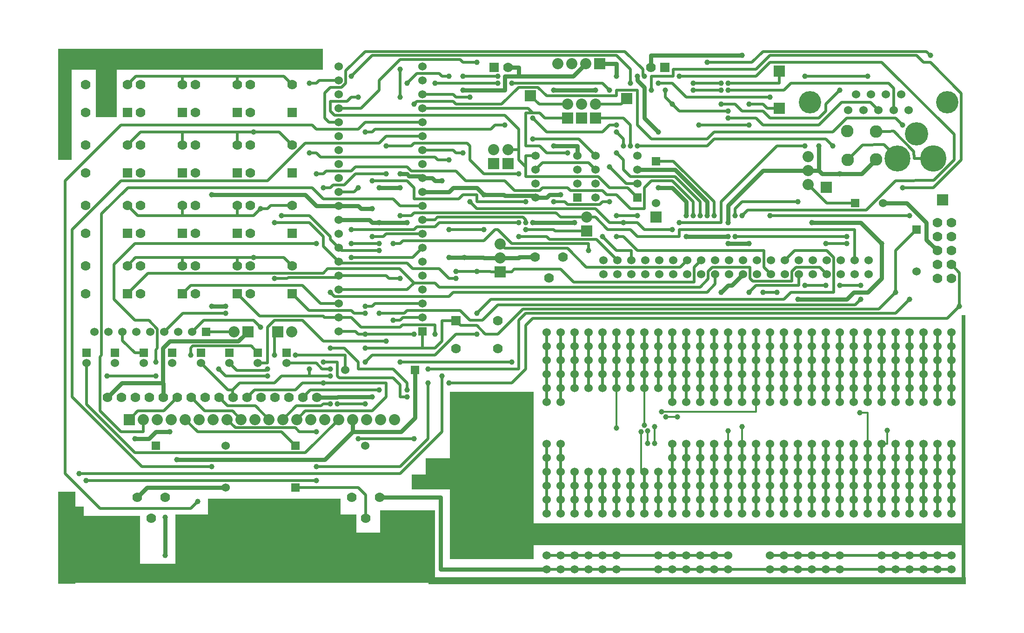
<source format=gbr>
G04 GERBER ASCII OUTPUT FROM: EDWIN 2000 (VER. 1.1 REV. 20011025)*
G04 GERBER FORMAT: RX-274-X*
G04 BOARD: SP_PROTON_SMD2*
G04 ARTWORK OF SOLD.LAYER POSITIVE*
%ASAXBY*%
%FSLAX23Y23*%
%MIA0B0*%
%MOIN*%
%OFA0.0000B0.0000*%
%SFA1B1*%
%IJA0B0*%
%INLAYER29POS*%
%IOA0B0*%
%IPPOS*%
%IR0*%
G04 APERTURE MACROS*
%AMEDWDONUT*
1,1,$1,$2,$3*
1,0,$4,$2,$3*
%
%AMEDWFRECT*
2,1,$1,$2,$3,$4,$5,$6*
%
%AMEDWORECT*
2,1,$1,$2,$3,$4,$5,$10*
2,1,$1,$4,$5,$6,$7,$10*
2,1,$1,$6,$7,$8,$9,$10*
2,1,$1,$8,$9,$2,$3,$10*
1,1,$1,$2,$3*
1,1,$1,$4,$5*
1,1,$1,$6,$7*
1,1,$1,$8,$9*
%
%AMEDWLINER*
2,1,$1,$2,$3,$4,$5,$6*
1,1,$1,$2,$3*
1,1,$1,$4,$5*
%
%AMEDWFTRNG*
4,1,3,$1,$2,$3,$4,$5,$6,$7,$8,$9*
%
%AMEDWATRNG*
4,1,3,$1,$2,$3,$4,$5,$6,$7,$8,$9*
2,1,$11,$1,$2,$3,$4,$10*
2,1,$11,$3,$4,$5,$6,$10*
2,1,$11,$5,$6,$7,$8,$10*
1,1,$11,$3,$4*
1,1,$11,$5,$6*
1,1,$11,$7,$8*
%
%AMEDWOTRNG*
2,1,$1,$2,$3,$4,$5,$8*
2,1,$1,$4,$5,$6,$7,$8*
2,1,$1,$6,$7,$2,$3,$8*
1,1,$1,$2,$3*
1,1,$1,$4,$5*
1,1,$1,$6,$7*
%
G04*
G04 APERTURE LIST*
%ADD10R,0.0700X0.0700*%
%ADD11R,0.0940X0.0940*%
%ADD12R,0.0600X0.0600*%
%ADD13R,0.0840X0.0840*%
%ADD14R,0.0800X0.0800*%
%ADD15R,0.1040X0.1040*%
%ADD16R,0.0900X0.0900*%
%ADD17R,0.1140X0.1140*%
%ADD18R,0.0700X0.0650*%
%ADD19R,0.0940X0.0890*%
%ADD20R,0.0600X0.0550*%
%ADD21R,0.0840X0.0790*%
%ADD22R,0.0900X0.0350*%
%ADD23R,0.1140X0.0590*%
%ADD24R,0.0800X0.0250*%
%ADD25R,0.1040X0.0490*%
%ADD26R,0.0650X0.0700*%
%ADD27R,0.0890X0.0940*%
%ADD28R,0.0550X0.0600*%
%ADD29R,0.0790X0.0840*%
%ADD30R,0.0580X0.0500*%
%ADD31R,0.0820X0.0740*%
%ADD32R,0.0480X0.0400*%
%ADD33R,0.0720X0.0640*%
%ADD34R,0.0350X0.0900*%
%ADD35R,0.0590X0.1140*%
%ADD36R,0.0250X0.0800*%
%ADD37R,0.0490X0.1040*%
%ADD38C,0.0010*%
%ADD40C,0.0020*%
%ADD41R,0.0020X0.0020*%
%ADD42C,0.0030*%
%ADD43R,0.0030X0.0030*%
%ADD44C,0.0040*%
%ADD45R,0.0040X0.0040*%
%ADD46C,0.0050*%
%ADD47R,0.0050X0.0050*%
%ADD48C,0.0051*%
%ADD49R,0.0051X0.0051*%
%ADD50C,0.00787*%
%ADD51R,0.00787X0.00787*%
%ADD52C,0.00799*%
%ADD54C,0.0080*%
%ADD55R,0.0080X0.0080*%
%ADD56C,0.00984*%
%ADD57R,0.00984X0.00984*%
%ADD58C,0.0100*%
%ADD59R,0.0100X0.0100*%
%ADD60C,0.0120*%
%ADD62C,0.01299*%
%ADD64C,0.0130*%
%ADD66C,0.0150*%
%ADD68C,0.01598*%
%ADD70C,0.0160*%
%ADD72C,0.01969*%
%ADD73R,0.01969X0.01969*%
%ADD74C,0.0200*%
%ADD76C,0.0250*%
%ADD77R,0.0250X0.0250*%
%ADD78C,0.0280*%
%ADD79R,0.0280X0.0280*%
%ADD80C,0.0290*%
%ADD82C,0.0300*%
%ADD84C,0.03187*%
%ADD86C,0.03199*%
%ADD88C,0.0320*%
%ADD89R,0.0320X0.0320*%
%ADD90C,0.0340*%
%ADD91R,0.0340X0.0340*%
%ADD92C,0.0350*%
%ADD93R,0.0350X0.0350*%
%ADD94C,0.03543*%
%ADD95R,0.03543X0.03543*%
%ADD96C,0.0360*%
%ADD98C,0.03699*%
%ADD100C,0.0370*%
%ADD102C,0.03898*%
%ADD103R,0.03898X0.03898*%
%ADD104C,0.03937*%
%ADD105R,0.03937X0.03937*%
%ADD106C,0.03998*%
%ADD108C,0.0400*%
%ADD110C,0.04252*%
%ADD111R,0.04252X0.04252*%
%ADD112C,0.0440*%
%ADD114C,0.0490*%
%ADD115R,0.0490X0.0490*%
%ADD116C,0.0500*%
%ADD117R,0.0500X0.0500*%
%ADD118C,0.0502*%
%ADD119R,0.0502X0.0502*%
%ADD120C,0.0540*%
%ADD122C,0.0560*%
%ADD123R,0.0560X0.0560*%
%ADD124C,0.0590*%
%ADD125R,0.0590X0.0590*%
%ADD126C,0.05906*%
%ADD127R,0.05906X0.05906*%
%ADD128C,0.05943*%
%ADD129R,0.05943X0.05943*%
%ADD130C,0.0600*%
%ADD131R,0.0600X0.0600*%
%ADD132C,0.0620*%
%ADD133R,0.0620X0.0620*%
%ADD134C,0.06298*%
%ADD135R,0.06298X0.06298*%
%ADD136C,0.06378*%
%ADD137R,0.06378X0.06378*%
%ADD138C,0.06652*%
%ADD139R,0.06652X0.06652*%
%ADD140C,0.06906*%
%ADD141R,0.06906X0.06906*%
%ADD142C,0.0700*%
%ADD143R,0.0700X0.0700*%
%ADD144C,0.0720*%
%ADD145R,0.0720X0.0720*%
%ADD146C,0.0740*%
%ADD148C,0.0742*%
%ADD149R,0.0742X0.0742*%
%ADD150C,0.07559*%
%ADD151R,0.07559X0.07559*%
%ADD152C,0.0760*%
%ADD154C,0.07874*%
%ADD155R,0.07874X0.07874*%
%ADD156C,0.0800*%
%ADD157R,0.0800X0.0800*%
%ADD158C,0.0840*%
%ADD159R,0.0840X0.0840*%
%ADD160C,0.0860*%
%ADD161R,0.0860X0.0860*%
%ADD162C,0.08778*%
%ADD163R,0.08778X0.08778*%
%ADD164C,0.0880*%
%ADD166C,0.08903*%
%ADD167R,0.08903X0.08903*%
%ADD168C,0.08969*%
%ADD169R,0.08969X0.08969*%
%ADD170C,0.0900*%
%ADD171R,0.0900X0.0900*%
%ADD172C,0.09213*%
%ADD173R,0.09213X0.09213*%
%ADD174C,0.0940*%
%ADD175R,0.0940X0.0940*%
%ADD176C,0.09496*%
%ADD177R,0.09496X0.09496*%
%ADD178C,0.0960*%
%ADD179R,0.0960X0.0960*%
%ADD180C,0.09788*%
%ADD181R,0.09788X0.09788*%
%ADD182C,0.09959*%
%ADD183R,0.09959X0.09959*%
%ADD184C,0.1000*%
%ADD186C,0.1040*%
%ADD187R,0.1040X0.1040*%
%ADD188C,0.1060*%
%ADD190C,0.10866*%
%ADD191R,0.10866X0.10866*%
%ADD192C,0.1100*%
%ADD194C,0.1120*%
%ADD196C,0.11303*%
%ADD197R,0.11303X0.11303*%
%ADD198C,0.11369*%
%ADD199R,0.11369X0.11369*%
%ADD200C,0.1140*%
%ADD201R,0.1140X0.1140*%
%ADD202C,0.11613*%
%ADD203R,0.11613X0.11613*%
%ADD204C,0.11896*%
%ADD205R,0.11896X0.11896*%
%ADD206C,0.1200*%
%ADD208C,0.12188*%
%ADD209R,0.12188X0.12188*%
%ADD210C,0.1240*%
%ADD212C,0.12464*%
%ADD213R,0.12464X0.12464*%
%ADD214C,0.1300*%
%ADD216C,0.13266*%
%ADD217R,0.13266X0.13266*%
%ADD218C,0.13465*%
%ADD219R,0.13465X0.13465*%
%ADD220C,0.13553*%
%ADD221R,0.13553X0.13553*%
%ADD222C,0.1378*%
%ADD224C,0.1400*%
%ADD226C,0.1440*%
%ADD228C,0.14864*%
%ADD229R,0.14864X0.14864*%
%ADD230C,0.15059*%
%ADD231R,0.15059X0.15059*%
%ADD232C,0.1540*%
%ADD234C,0.15865*%
%ADD235R,0.15865X0.15865*%
%ADD236C,0.15953*%
%ADD237R,0.15953X0.15953*%
%ADD238C,0.1600*%
%ADD240C,0.16063*%
%ADD241R,0.16063X0.16063*%
%ADD242C,0.1640*%
%ADD244C,0.16535*%
%ADD245R,0.16535X0.16535*%
%ADD246C,0.16669*%
%ADD248C,0.16723*%
%ADD250C,0.1700*%
%ADD252C,0.17061*%
%ADD253R,0.17061X0.17061*%
%ADD254C,0.17459*%
%ADD255R,0.17459X0.17459*%
%ADD256C,0.17717*%
%ADD257R,0.17717X0.17717*%
%ADD258C,0.17953*%
%ADD259R,0.17953X0.17953*%
%ADD260C,0.18189*%
%ADD261R,0.18189X0.18189*%
%ADD262C,0.18244*%
%ADD263R,0.18244X0.18244*%
%ADD264C,0.18298*%
%ADD265R,0.18298X0.18298*%
%ADD266C,0.18463*%
%ADD267R,0.18463X0.18463*%
%ADD268C,0.18657*%
%ADD269R,0.18657X0.18657*%
%ADD270C,0.18878*%
%ADD271R,0.18878X0.18878*%
%ADD272C,0.18935*%
%ADD273R,0.18935X0.18935*%
%ADD274C,0.19069*%
%ADD275R,0.19069X0.19069*%
%ADD276C,0.19123*%
%ADD277R,0.19123X0.19123*%
%ADD278C,0.19134*%
%ADD279R,0.19134X0.19134*%
%ADD280C,0.19461*%
%ADD281R,0.19461X0.19461*%
%ADD282C,0.20353*%
%ADD283R,0.20353X0.20353*%
%ADD284C,0.20589*%
%ADD285R,0.20589X0.20589*%
%ADD286C,0.20644*%
%ADD287R,0.20644X0.20644*%
%ADD288C,0.20698*%
%ADD289R,0.20698X0.20698*%
%ADD290C,0.20709*%
%ADD291R,0.20709X0.20709*%
%ADD292C,0.20787*%
%ADD293R,0.20787X0.20787*%
%ADD294C,0.21057*%
%ADD295R,0.21057X0.21057*%
%ADD296C,0.21278*%
%ADD297R,0.21278X0.21278*%
%ADD298C,0.21534*%
%ADD299R,0.21534X0.21534*%
%ADD300C,0.23109*%
%ADD301R,0.23109X0.23109*%
%ADD303R,0.23187X0.23187*%
%ADD305R,0.24094X0.24094*%
%ADD307R,0.25984X0.25984*%
%ADD309R,0.26494X0.26494*%
%ADD311R,0.28384X0.28384*%
%ADD313R,0.3000X0.3000*%
%ADD315R,0.3060X0.3060*%
%ADD317R,0.31654X0.31654*%
%ADD319R,0.32181X0.32181*%
%ADD321R,0.3240X0.3240*%
%ADD323R,0.3300X0.3300*%
%ADD325R,0.34054X0.34054*%
%ADD327R,0.34423X0.34423*%
%ADD329R,0.34581X0.34581*%
%ADD331R,0.36823X0.36823*%
%ADD333R,0.3685X0.3685*%
%ADD335R,0.38248X0.38248*%
%ADD337R,0.39171X0.39171*%
%ADD339R,0.3925X0.3925*%
%ADD341R,0.40648X0.40648*%
%ADD343R,0.41571X0.41571*%
%ADD345R,0.48074X0.48074*%
%ADD347R,0.50474X0.50474*%
%ADD349R,0.53386X0.53386*%
%ADD351R,0.53858X0.53858*%
%ADD353R,0.55786X0.55786*%
%ADD355R,0.56258X0.56258*%
%ADD357R,0.59944X0.59944*%
%ADD359R,0.61724X0.61724*%
%ADD361R,0.62318X0.62318*%
%ADD363R,0.62344X0.62344*%
%ADD365R,0.64124X0.64124*%
%ADD367R,0.64718X0.64718*%
%ADD369R,0.65197X0.65197*%
%ADD371R,0.67597X0.67597*%
%ADD373R,0.68976X0.68976*%
%ADD375R,0.71376X0.71376*%
%ADD377R,0.73937X0.73937*%
%ADD379R,0.76337X0.76337*%
%ADD381R,0.83268X0.83268*%
%ADD383R,0.85287X0.85287*%
%ADD385R,0.85668X0.85668*%
%ADD387R,0.87687X0.87687*%
%ADD389R,0.94961X0.94961*%
%ADD391R,0.96378X0.96378*%
%ADD393R,0.97361X0.97361*%
%ADD395R,0.98778X0.98778*%
%ADD397R,1.03465X1.03465*%
%ADD399R,1.05865X1.05865*%
%ADD401R,1.29384X1.29384*%
%ADD403R,1.31784X1.31784*%
%ADD405R,1.89657X1.89657*%
%ADD407R,1.89744X1.89744*%
%ADD409R,1.92057X1.92057*%
%ADD411R,1.92144X1.92144*%
%ADD413R,2.13068X2.13068*%
%ADD415R,2.15468X2.15468*%
%ADD417R,2.83228X2.83228*%
%ADD419R,2.85628X2.85628*%
%ADD421R,3.07205X3.07205*%
%ADD423R,3.09605X3.09605*%
%ADD425R,3.12726X3.12726*%
%ADD427R,3.15126X3.15126*%
%ADD429R,3.8501X3.8501*%
%ADD431R,3.8741X3.8741*%
G04*
D142*
X354Y1339D02*D03*
X454Y1339D02*D03*
X554Y1339D02*D03*
X654Y1339D02*D03*
X754Y1339D02*D03*
X854Y1339D02*D03*
X954Y1339D02*D03*
X1054Y1339D02*D03*
X1154Y1339D02*D03*
X1254Y1339D02*D03*
X1354Y1339D02*D03*
X1454Y1339D02*D03*
X1554Y1339D02*D03*
X1654Y1339D02*D03*
X1754Y1339D02*D03*
X1854Y1339D02*D03*
D12* 
X2610Y1813D02*D03*
D130*
X2610Y1913D02*D03*
X2610Y2013D02*D03*
X2610Y2113D02*D03*
X2610Y2213D02*D03*
X2610Y2313D02*D03*
X2610Y2413D02*D03*
X2610Y2513D02*D03*
X2610Y2613D02*D03*
X2610Y2713D02*D03*
X2610Y2813D02*D03*
X2610Y2913D02*D03*
X2610Y3013D02*D03*
X2610Y3113D02*D03*
X2610Y3213D02*D03*
X2610Y3313D02*D03*
X2610Y3413D02*D03*
X2610Y3513D02*D03*
X2610Y3613D02*D03*
X2610Y3713D02*D03*
X2010Y3713D02*D03*
X2010Y3613D02*D03*
X2010Y3513D02*D03*
X2010Y3413D02*D03*
X2010Y3313D02*D03*
X2010Y3213D02*D03*
X2010Y3113D02*D03*
X2010Y3013D02*D03*
X2010Y2913D02*D03*
X2010Y2813D02*D03*
X2010Y2713D02*D03*
X2010Y2613D02*D03*
X2010Y2513D02*D03*
X2010Y2413D02*D03*
X2010Y2313D02*D03*
X2010Y2213D02*D03*
X2010Y2113D02*D03*
X2010Y2013D02*D03*
X2010Y1913D02*D03*
X2010Y1813D02*D03*
D10* 
X497Y3383D02*D03*
D142*
X497Y3583D02*D03*
X197Y3583D02*D03*
X197Y3383D02*D03*
D10* 
X891Y3383D02*D03*
D142*
X891Y3583D02*D03*
X591Y3583D02*D03*
X591Y3383D02*D03*
D10* 
X1284Y3383D02*D03*
D142*
X1284Y3583D02*D03*
X984Y3583D02*D03*
X984Y3383D02*D03*
D10* 
X1678Y3383D02*D03*
D142*
X1678Y3583D02*D03*
X1378Y3583D02*D03*
X1378Y3383D02*D03*
D10* 
X497Y2950D02*D03*
D142*
X497Y3150D02*D03*
X197Y3150D02*D03*
X197Y2950D02*D03*
D10* 
X891Y2950D02*D03*
D142*
X891Y3150D02*D03*
X591Y3150D02*D03*
X591Y2950D02*D03*
D10* 
X1284Y2950D02*D03*
D142*
X1284Y3150D02*D03*
X984Y3150D02*D03*
X984Y2950D02*D03*
D10* 
X1678Y2950D02*D03*
D142*
X1678Y3150D02*D03*
X1378Y3150D02*D03*
X1378Y2950D02*D03*
D10* 
X497Y2517D02*D03*
D142*
X497Y2717D02*D03*
X197Y2717D02*D03*
X197Y2517D02*D03*
D10* 
X891Y2517D02*D03*
D142*
X891Y2717D02*D03*
X591Y2717D02*D03*
X591Y2517D02*D03*
D10* 
X1284Y2517D02*D03*
D142*
X1284Y2717D02*D03*
X984Y2717D02*D03*
X984Y2517D02*D03*
D14* 
X3883Y3732D02*D03*
D156*
X3783Y3732D02*D03*
X3683Y3732D02*D03*
X3583Y3732D02*D03*
D130*
X3501Y505D02*D03*
X3501Y605D02*D03*
X3501Y705D02*D03*
X3501Y805D02*D03*
X3501Y905D02*D03*
X3501Y1005D02*D03*
X3601Y1005D02*D03*
X4401Y1005D02*D03*
X4501Y1005D02*D03*
X4601Y1005D02*D03*
X4701Y1005D02*D03*
X4801Y1005D02*D03*
X4901Y1005D02*D03*
X5001Y1005D02*D03*
X5101Y1005D02*D03*
X5201Y1005D02*D03*
X5301Y1005D02*D03*
X5401Y1005D02*D03*
X5501Y1005D02*D03*
X5601Y1005D02*D03*
X5701Y1005D02*D03*
X5801Y1005D02*D03*
X5901Y1005D02*D03*
X6001Y1005D02*D03*
X6101Y1005D02*D03*
X6201Y1005D02*D03*
X6301Y1005D02*D03*
X6401Y1005D02*D03*
X6401Y905D02*D03*
X6401Y805D02*D03*
X6401Y705D02*D03*
X6401Y605D02*D03*
X6401Y505D02*D03*
X6301Y505D02*D03*
X6301Y605D02*D03*
X6301Y705D02*D03*
X6301Y805D02*D03*
X6301Y905D02*D03*
X6201Y905D02*D03*
X6201Y805D02*D03*
X6201Y705D02*D03*
X6201Y605D02*D03*
X6201Y505D02*D03*
X6101Y505D02*D03*
X6101Y605D02*D03*
X6101Y705D02*D03*
X6101Y805D02*D03*
X6101Y905D02*D03*
X6001Y905D02*D03*
X6001Y805D02*D03*
X6001Y705D02*D03*
X6001Y605D02*D03*
X6001Y505D02*D03*
X5901Y505D02*D03*
X5901Y605D02*D03*
X5901Y705D02*D03*
X5901Y805D02*D03*
X5901Y905D02*D03*
X5801Y905D02*D03*
X5801Y805D02*D03*
X5801Y705D02*D03*
X5801Y605D02*D03*
X5801Y505D02*D03*
X5701Y505D02*D03*
X5701Y605D02*D03*
X5701Y705D02*D03*
X5701Y805D02*D03*
X5701Y905D02*D03*
X5601Y905D02*D03*
X5501Y905D02*D03*
X5401Y905D02*D03*
X5301Y905D02*D03*
X5201Y905D02*D03*
X5101Y905D02*D03*
X5101Y805D02*D03*
X5201Y805D02*D03*
X5301Y805D02*D03*
X5401Y805D02*D03*
X5501Y805D02*D03*
X5601Y805D02*D03*
X5601Y705D02*D03*
X5501Y705D02*D03*
X5401Y705D02*D03*
X5301Y705D02*D03*
X5201Y705D02*D03*
X5101Y705D02*D03*
X5101Y605D02*D03*
X5201Y605D02*D03*
X5301Y605D02*D03*
X5401Y605D02*D03*
X5501Y605D02*D03*
X5601Y605D02*D03*
X5601Y505D02*D03*
X5501Y505D02*D03*
X5401Y505D02*D03*
X5301Y505D02*D03*
X5201Y505D02*D03*
X5101Y505D02*D03*
X5001Y505D02*D03*
X5001Y605D02*D03*
X5001Y705D02*D03*
X5001Y805D02*D03*
X5001Y905D02*D03*
X4901Y905D02*D03*
X4901Y805D02*D03*
X4901Y705D02*D03*
X4901Y605D02*D03*
X4901Y505D02*D03*
X4801Y505D02*D03*
X4801Y605D02*D03*
X4801Y705D02*D03*
X4801Y805D02*D03*
X4801Y905D02*D03*
X4701Y905D02*D03*
X4701Y805D02*D03*
X4701Y705D02*D03*
X4701Y605D02*D03*
X4701Y505D02*D03*
X4601Y505D02*D03*
X4501Y505D02*D03*
X4501Y605D02*D03*
X4501Y705D02*D03*
X4601Y705D02*D03*
X4601Y605D02*D03*
X4501Y805D02*D03*
X4501Y905D02*D03*
X4601Y905D02*D03*
X4601Y805D02*D03*
X4401Y905D02*D03*
X4401Y805D02*D03*
X4401Y705D02*D03*
X4401Y605D02*D03*
X4401Y505D02*D03*
X4301Y505D02*D03*
X4301Y605D02*D03*
X4301Y705D02*D03*
X4301Y805D02*D03*
X4201Y805D02*D03*
X4201Y705D02*D03*
X4201Y605D02*D03*
X4201Y505D02*D03*
X4101Y505D02*D03*
X4101Y605D02*D03*
X4101Y705D02*D03*
X4101Y805D02*D03*
X4001Y805D02*D03*
X4001Y705D02*D03*
X4001Y605D02*D03*
X4001Y505D02*D03*
X3901Y805D02*D03*
X3901Y705D02*D03*
X3901Y605D02*D03*
X3901Y505D02*D03*
X3801Y505D02*D03*
X3801Y605D02*D03*
X3801Y705D02*D03*
X3801Y805D02*D03*
X3701Y805D02*D03*
X3701Y705D02*D03*
X3701Y605D02*D03*
X3701Y505D02*D03*
X3601Y905D02*D03*
X3601Y805D02*D03*
X3601Y705D02*D03*
X3601Y605D02*D03*
X3601Y505D02*D03*
X3501Y205D02*D03*
X3601Y205D02*D03*
X3701Y205D02*D03*
X3801Y205D02*D03*
X3901Y205D02*D03*
X4001Y205D02*D03*
X4301Y205D02*D03*
X4401Y205D02*D03*
X4501Y205D02*D03*
X4601Y205D02*D03*
X4701Y205D02*D03*
X4801Y205D02*D03*
X5101Y205D02*D03*
X5201Y205D02*D03*
X5301Y205D02*D03*
X5401Y205D02*D03*
X5501Y205D02*D03*
X5601Y205D02*D03*
X5901Y205D02*D03*
X6001Y205D02*D03*
X6101Y205D02*D03*
X6201Y205D02*D03*
X6301Y205D02*D03*
X6401Y205D02*D03*
X6401Y105D02*D03*
X6301Y105D02*D03*
X6201Y105D02*D03*
X6101Y105D02*D03*
X6001Y105D02*D03*
X5901Y105D02*D03*
X5501Y105D02*D03*
X5401Y105D02*D03*
X5301Y105D02*D03*
X5201Y105D02*D03*
X5101Y105D02*D03*
X5601Y105D02*D03*
X4801Y105D02*D03*
X4701Y105D02*D03*
X4601Y105D02*D03*
X4501Y105D02*D03*
X4401Y105D02*D03*
X4301Y105D02*D03*
X4001Y105D02*D03*
X3901Y105D02*D03*
X3801Y105D02*D03*
X3701Y105D02*D03*
X3601Y105D02*D03*
X3501Y105D02*D03*
X3501Y1305D02*D03*
X3601Y1305D02*D03*
X4401Y1305D02*D03*
X4501Y1305D02*D03*
X4601Y1305D02*D03*
X4701Y1305D02*D03*
X4801Y1305D02*D03*
X4901Y1305D02*D03*
X5001Y1305D02*D03*
X5101Y1305D02*D03*
X5201Y1305D02*D03*
X5301Y1305D02*D03*
X5401Y1305D02*D03*
X5501Y1305D02*D03*
X5601Y1305D02*D03*
X5701Y1305D02*D03*
X5801Y1305D02*D03*
X5901Y1305D02*D03*
X6001Y1305D02*D03*
X6101Y1305D02*D03*
X6201Y1305D02*D03*
X6301Y1305D02*D03*
X6401Y1305D02*D03*
X6401Y1405D02*D03*
X6401Y1505D02*D03*
X6401Y1605D02*D03*
X6401Y1705D02*D03*
X6401Y1805D02*D03*
X6301Y1805D02*D03*
X6201Y1805D02*D03*
X6201Y1705D02*D03*
X6301Y1705D02*D03*
X6301Y1605D02*D03*
X6201Y1605D02*D03*
X6201Y1505D02*D03*
X6301Y1505D02*D03*
X6301Y1405D02*D03*
X6201Y1405D02*D03*
X6101Y1405D02*D03*
X6101Y1505D02*D03*
X6101Y1605D02*D03*
X6101Y1705D02*D03*
X6101Y1805D02*D03*
X6001Y1805D02*D03*
X6001Y1705D02*D03*
X6001Y1605D02*D03*
X6001Y1505D02*D03*
X6001Y1405D02*D03*
X5901Y1405D02*D03*
X5901Y1505D02*D03*
X5901Y1605D02*D03*
X5901Y1705D02*D03*
X5901Y1805D02*D03*
X5801Y1805D02*D03*
X5801Y1705D02*D03*
X5801Y1605D02*D03*
X5801Y1505D02*D03*
X5801Y1405D02*D03*
X5701Y1405D02*D03*
X5701Y1505D02*D03*
X5701Y1605D02*D03*
X5701Y1705D02*D03*
X5701Y1805D02*D03*
X5601Y1805D02*D03*
X5601Y1705D02*D03*
X5601Y1605D02*D03*
X5601Y1505D02*D03*
X5601Y1405D02*D03*
X5501Y1405D02*D03*
X5501Y1505D02*D03*
X5501Y1605D02*D03*
X5501Y1705D02*D03*
X5501Y1805D02*D03*
X5401Y1805D02*D03*
X5401Y1705D02*D03*
X5401Y1605D02*D03*
X5401Y1505D02*D03*
X5401Y1405D02*D03*
X5301Y1405D02*D03*
X5301Y1505D02*D03*
X5301Y1605D02*D03*
X5301Y1705D02*D03*
X5301Y1805D02*D03*
X5201Y1805D02*D03*
X5201Y1705D02*D03*
X5201Y1605D02*D03*
X5201Y1505D02*D03*
X5201Y1405D02*D03*
X5101Y1405D02*D03*
X5101Y1505D02*D03*
X5101Y1605D02*D03*
X5101Y1705D02*D03*
X5101Y1805D02*D03*
X5001Y1805D02*D03*
X5001Y1705D02*D03*
X5001Y1605D02*D03*
X5001Y1505D02*D03*
X5001Y1405D02*D03*
X4901Y1405D02*D03*
X4901Y1505D02*D03*
X4901Y1605D02*D03*
X4901Y1705D02*D03*
X4901Y1805D02*D03*
X4801Y1705D02*D03*
X4801Y1605D02*D03*
X4801Y1505D02*D03*
X4801Y1405D02*D03*
X4701Y1405D02*D03*
X4701Y1505D02*D03*
X4701Y1605D02*D03*
X4701Y1705D02*D03*
X4701Y1805D02*D03*
X4601Y1805D02*D03*
X4601Y1705D02*D03*
X4601Y1605D02*D03*
X4601Y1505D02*D03*
X4601Y1405D02*D03*
X4801Y1805D02*D03*
X4501Y1805D02*D03*
X4501Y1705D02*D03*
X4501Y1605D02*D03*
X4501Y1505D02*D03*
X4501Y1405D02*D03*
X4401Y1405D02*D03*
X4401Y1505D02*D03*
X4401Y1605D02*D03*
X4401Y1705D02*D03*
X4401Y1805D02*D03*
X4301Y1805D02*D03*
X4301Y1705D02*D03*
X4301Y1605D02*D03*
X4301Y1505D02*D03*
X4301Y1405D02*D03*
X4201Y1405D02*D03*
X4201Y1505D02*D03*
X4201Y1605D02*D03*
X4201Y1705D02*D03*
X4201Y1805D02*D03*
X4101Y1405D02*D03*
X4001Y1405D02*D03*
X3901Y1405D02*D03*
X3801Y1405D02*D03*
X3701Y1405D02*D03*
X3701Y1505D02*D03*
X3801Y1505D02*D03*
X3901Y1505D02*D03*
X4001Y1505D02*D03*
X4101Y1505D02*D03*
X4101Y1605D02*D03*
X4001Y1605D02*D03*
X3901Y1605D02*D03*
X3801Y1605D02*D03*
X3701Y1605D02*D03*
X3701Y1705D02*D03*
X3801Y1705D02*D03*
X3901Y1705D02*D03*
X4001Y1705D02*D03*
X4101Y1705D02*D03*
X4101Y1805D02*D03*
X4001Y1805D02*D03*
X3901Y1805D02*D03*
X3801Y1805D02*D03*
X3701Y1805D02*D03*
X3601Y1405D02*D03*
X3601Y1505D02*D03*
X3601Y1605D02*D03*
X3601Y1705D02*D03*
X3601Y1805D02*D03*
X3501Y1805D02*D03*
X3501Y1705D02*D03*
X3501Y1605D02*D03*
X3501Y1505D02*D03*
X3501Y1405D02*D03*
D10* 
X1678Y2517D02*D03*
D142*
X1678Y2717D02*D03*
X1378Y2717D02*D03*
X1378Y2517D02*D03*
D10* 
X497Y2083D02*D03*
D142*
X497Y2283D02*D03*
X197Y2283D02*D03*
X197Y2083D02*D03*
D10* 
X891Y2083D02*D03*
D142*
X891Y2283D02*D03*
X591Y2283D02*D03*
X591Y2083D02*D03*
D10* 
X1284Y2083D02*D03*
D142*
X1284Y2283D02*D03*
X984Y2283D02*D03*
X984Y2083D02*D03*
D10* 
X1678Y2083D02*D03*
D142*
X1678Y2283D02*D03*
X1378Y2283D02*D03*
X1378Y2083D02*D03*
X6300Y2593D02*D03*
X6400Y2593D02*D03*
X6300Y2493D02*D03*
X6400Y2493D02*D03*
X6300Y2393D02*D03*
X6400Y2393D02*D03*
X6300Y2293D02*D03*
X6400Y2293D02*D03*
X6300Y2193D02*D03*
X6400Y2193D02*D03*
D12* 
X700Y993D02*D03*
D130*
X1200Y993D02*D03*
D12* 
X1638Y1659D02*D03*
D130*
X1638Y1585D02*D03*
D12* 
X1433Y1659D02*D03*
D130*
X1433Y1585D02*D03*
D12* 
X1228Y1659D02*D03*
D130*
X1228Y1585D02*D03*
D14* 
X1360Y1811D02*D03*
D156*
X1260Y1811D02*D03*
D12* 
X5711Y2734D02*D03*
D130*
X5911Y2734D02*D03*
D12* 
X1024Y1659D02*D03*
D130*
X1024Y1585D02*D03*
D12* 
X819Y1659D02*D03*
D130*
X819Y1585D02*D03*
D12* 
X614Y1659D02*D03*
D130*
X614Y1585D02*D03*
D12* 
X409Y1659D02*D03*
D130*
X409Y1585D02*D03*
D12* 
X205Y1659D02*D03*
D130*
X205Y1585D02*D03*
D12* 
X1063Y1811D02*D03*
D130*
X963Y1811D02*D03*
X863Y1811D02*D03*
X763Y1811D02*D03*
X663Y1811D02*D03*
X563Y1811D02*D03*
X463Y1811D02*D03*
X363Y1811D02*D03*
X263Y1811D02*D03*
D170*
X5655Y3248D02*D03*
X5657Y3042D02*D03*
X5860Y3046D02*D03*
X5860Y3246D02*D03*
D130*
X5663Y3401D02*D03*
X5771Y3401D02*D03*
X5879Y3401D02*D03*
X5987Y3401D02*D03*
X6095Y3401D02*D03*
X5717Y3513D02*D03*
X5825Y3513D02*D03*
X5933Y3513D02*D03*
X6041Y3513D02*D03*
D238*
X5387Y3457D02*D03*
X6371Y3457D02*D03*
D214*
X6016Y3055D02*D03*
X6154Y3232D02*D03*
X6272Y3055D02*D03*
D14* 
X3750Y3343D02*D03*
D156*
X3750Y3443D02*D03*
D12* 
X4151Y2773D02*D03*
D130*
X4151Y2873D02*D03*
X4151Y2973D02*D03*
X4151Y3073D02*D03*
X3851Y3073D02*D03*
X3851Y2973D02*D03*
X3851Y2873D02*D03*
X3851Y2773D02*D03*
D12* 
X3723Y2773D02*D03*
D130*
X3723Y2873D02*D03*
X3723Y2973D02*D03*
X3723Y3073D02*D03*
X3423Y3073D02*D03*
X3423Y2973D02*D03*
X3423Y2873D02*D03*
X3423Y2773D02*D03*
D156*
X5374Y2867D02*D03*
X5374Y2967D02*D03*
X5374Y3067D02*D03*
D12* 
X6150Y2543D02*D03*
D130*
X6150Y2243D02*D03*
D10* 
X2850Y1890D02*D03*
D142*
X2850Y1690D02*D03*
X3150Y1690D02*D03*
X3150Y1890D02*D03*
D12* 
X1700Y993D02*D03*
D130*
X2200Y993D02*D03*
D10* 
X4348Y3707D02*D03*
D142*
X4248Y3707D02*D03*
D10* 
X3124Y3707D02*D03*
D142*
X3224Y3707D02*D03*
D12* 
X1700Y693D02*D03*
D130*
X1200Y693D02*D03*
D14* 
X3650Y3343D02*D03*
D156*
X3650Y3443D02*D03*
D14* 
X3850Y3343D02*D03*
D156*
X3850Y3443D02*D03*
D142*
X569Y622D02*D03*
X669Y472D02*D03*
X769Y622D02*D03*
X2105Y622D02*D03*
X2205Y472D02*D03*
X2305Y622D02*D03*
D14* 
X1575Y1811D02*D03*
D156*
X1675Y1811D02*D03*
D12* 
X2559Y1535D02*D03*
D130*
X2059Y1535D02*D03*
D14* 
X3224Y3016D02*D03*
D156*
X3224Y3116D02*D03*
D14* 
X3122Y3016D02*D03*
D156*
X3122Y3116D02*D03*
D14* 
X3169Y2241D02*D03*
D156*
X3169Y2341D02*D03*
X3169Y2441D02*D03*
D14* 
X4075Y3484D02*D03*
X3386Y3504D02*D03*
X6339Y2756D02*D03*
X5169Y3681D02*D03*
X5169Y3412D02*D03*
D130*
X5809Y2322D02*D03*
X5709Y2322D02*D03*
X5609Y2322D02*D03*
X5509Y2322D02*D03*
X5409Y2322D02*D03*
X5309Y2322D02*D03*
X5209Y2322D02*D03*
X5109Y2322D02*D03*
X5009Y2322D02*D03*
X4909Y2322D02*D03*
X4809Y2322D02*D03*
X4709Y2322D02*D03*
X4609Y2322D02*D03*
X4509Y2322D02*D03*
X4409Y2322D02*D03*
X4309Y2322D02*D03*
X4209Y2322D02*D03*
X4109Y2322D02*D03*
X4009Y2322D02*D03*
X3909Y2322D02*D03*
X3909Y2222D02*D03*
X4009Y2222D02*D03*
X4109Y2222D02*D03*
X4209Y2222D02*D03*
X4309Y2222D02*D03*
X4409Y2222D02*D03*
X4509Y2222D02*D03*
X4609Y2222D02*D03*
X4709Y2222D02*D03*
X4809Y2222D02*D03*
X4909Y2222D02*D03*
X5009Y2222D02*D03*
X5109Y2222D02*D03*
X5209Y2222D02*D03*
X5309Y2222D02*D03*
X5409Y2222D02*D03*
X5509Y2222D02*D03*
X5609Y2222D02*D03*
X5709Y2222D02*D03*
X5809Y2222D02*D03*
D14* 
X512Y1181D02*D03*
D156*
X612Y1181D02*D03*
X712Y1181D02*D03*
X812Y1181D02*D03*
X912Y1181D02*D03*
X1012Y1181D02*D03*
X1112Y1181D02*D03*
X1212Y1181D02*D03*
X1312Y1181D02*D03*
X1412Y1181D02*D03*
X1512Y1181D02*D03*
X1612Y1181D02*D03*
X1712Y1181D02*D03*
X1812Y1181D02*D03*
X1912Y1181D02*D03*
X2012Y1181D02*D03*
X2112Y1181D02*D03*
X2212Y1181D02*D03*
X2312Y1181D02*D03*
X2412Y1181D02*D03*
D142*
X3419Y2347D02*D03*
X3519Y2197D02*D03*
X3619Y2347D02*D03*
D14* 
X3787Y2532D02*D03*
D156*
X3787Y2632D02*D03*
D14* 
X5505Y2845D02*D03*
D12* 
X4286Y3034D02*D03*
D130*
X4286Y2734D02*D03*
D14* 
X4286Y2632D02*D03*
D104*
X2450Y2643D02*D03*
X2400Y1893D02*D03*
X6050Y2843D02*D03*
X4250Y3543D02*D03*
X4000Y3293D02*D03*
X3400Y3343D02*D03*
X3200Y3293D02*D03*
X2200Y3243D02*D03*
X2200Y1993D02*D03*
X5450Y3143D02*D03*
X4300Y2843D02*D03*
X4500Y2493D02*D03*
X4500Y2643D02*D03*
X4150Y3643D02*D03*
X4800Y2593D02*D03*
X4000Y3643D02*D03*
X3850Y3543D02*D03*
X4800Y2493D02*D03*
X2800Y2343D02*D03*
X3550Y3143D02*D03*
X3700Y2593D02*D03*
X3400Y2593D02*D03*
X2250Y1343D02*D03*
X1100Y2793D02*D03*
X1100Y1993D02*D03*
X1200Y1993D02*D03*
X2250Y2693D02*D03*
X2450Y2943D02*D03*
X2450Y2843D02*D03*
X2750Y2893D02*D03*
X4750Y2093D02*D03*
X5600Y2943D02*D03*
X4300Y3243D02*D03*
X3550Y3543D02*D03*
X2913Y2343D02*D03*
X2300Y2843D02*D03*
X4950Y2443D02*D03*
X850Y893D02*D03*
X4650Y2643D02*D03*
X2900Y3543D02*D03*
X3600Y2793D02*D03*
X3050Y2793D02*D03*
X5400Y2593D02*D03*
X5900Y2443D02*D03*
X550Y1043D02*D03*
X5300Y2043D02*D03*
X4800Y2443D02*D03*
X4900Y3793D02*D03*
X800Y1093D02*D03*
X2500Y2593D02*D03*
X2300Y2593D02*D03*
X1450Y2693D02*D03*
X1400Y2343D02*D03*
X1550Y2193D02*D03*
X2450Y2193D02*D03*
X2450Y1593D02*D03*
X3250Y1593D02*D03*
X5550Y3143D02*D03*
X4150Y3143D02*D03*
X3150Y3643D02*D03*
X2900Y3643D02*D03*
X1600Y2643D02*D03*
X2300Y2393D02*D03*
X2300Y1943D02*D03*
X5750Y2043D02*D03*
X5750Y2143D02*D03*
X5600Y2143D02*D03*
X5500Y2143D02*D03*
X5350Y2143D02*D03*
X6459Y1993D02*D03*
X2700Y1793D02*D03*
X2800Y1443D02*D03*
X2200Y1793D02*D03*
X2550Y1793D02*D03*
X2650Y1543D02*D03*
X6100Y2043D02*D03*
X2200Y1943D02*D03*
X1400Y3243D02*D03*
X5650Y2443D02*D03*
X5500Y2443D02*D03*
X5050Y2093D02*D03*
X5150Y2093D02*D03*
X3000Y1943D02*D03*
X3000Y1793D02*D03*
X2200Y1593D02*D03*
X2200Y1293D02*D03*
X2000Y1293D02*D03*
X2100Y2343D02*D03*
X2250Y2493D02*D03*
X2650Y1443D02*D03*
X1850Y843D02*D03*
X1850Y1093D02*D03*
X2550Y3443D02*D03*
X6050Y3293D02*D03*
X6100Y2643D02*D03*
X5100Y2643D02*D03*
X2750Y1493D02*D03*
X150Y793D02*D03*
X350Y1493D02*D03*
X700Y1493D02*D03*
X3350Y2593D02*D03*
X2500Y3593D02*D03*
X2800Y3643D02*D03*
X4450Y3643D02*D03*
X4900Y2643D02*D03*
X3000Y2243D02*D03*
X2850Y2243D02*D03*
X4050Y3143D02*D03*
X4000Y3243D02*D03*
X2950Y2743D02*D03*
X4400Y2543D02*D03*
X4050Y2593D02*D03*
X1100Y843D02*D03*
X1000Y593D02*D03*
X4100Y3143D02*D03*
X2700Y3593D02*D03*
X3150Y3593D02*D03*
X3250Y3593D02*D03*
X3950Y3543D02*D03*
X3650Y3093D02*D03*
X4000Y2643D02*D03*
X4150Y2643D02*D03*
X2300Y2443D02*D03*
X2100Y2443D02*D03*
X1950Y1543D02*D03*
X3300Y2493D02*D03*
X2350Y1743D02*D03*
X2400Y2443D02*D03*
X3800Y2393D02*D03*
X2450Y3493D02*D03*
X2450Y3693D02*D03*
X1500Y1543D02*D03*
X2250Y2893D02*D03*
X3350Y2743D02*D03*
X1950Y1493D02*D03*
X1800Y1543D02*D03*
X1800Y3093D02*D03*
X1950Y1293D02*D03*
X2800Y3043D02*D03*
X2800Y2543D02*D03*
X3050Y2543D02*D03*
X1800Y3593D02*D03*
X3900Y2493D02*D03*
X2950Y3493D02*D03*
X3400Y3193D02*D03*
X3000Y3743D02*D03*
X3950Y2993D02*D03*
X4800Y3393D02*D03*
X4400Y3443D02*D03*
X4200Y3643D02*D03*
X4350Y3543D02*D03*
X5100Y3493D02*D03*
X5350Y3143D02*D03*
X4300Y3593D02*D03*
X4100Y3593D02*D03*
X2100Y3643D02*D03*
X4450Y2593D02*D03*
X700Y1593D02*D03*
X4550Y2643D02*D03*
X1900Y1443D02*D03*
X1850Y2443D02*D03*
X1850Y2943D02*D03*
X1850Y743D02*D03*
X200Y743D02*D03*
X2500Y1343D02*D03*
X1900Y1593D02*D03*
X1900Y2843D02*D03*
X2350Y2943D02*D03*
X2350Y3143D02*D03*
X3300Y2943D02*D03*
X4000Y3093D02*D03*
X4600Y2643D02*D03*
X1950Y1693D02*D03*
X2500Y1393D02*D03*
X2150Y1043D02*D03*
X1150Y1543D02*D03*
X2550Y1043D02*D03*
X1950Y2093D02*D03*
X1500Y1493D02*D03*
X2150Y2843D02*D03*
X4650Y3743D02*D03*
X6250Y3793D02*D03*
X5650Y2493D02*D03*
X4850Y2493D02*D03*
X2850Y2193D02*D03*
X4950Y2093D02*D03*
X1550Y2593D02*D03*
X2200Y1693D02*D03*
X6000Y2093D02*D03*
X4800Y3593D02*D03*
X4950Y3443D02*D03*
X2100Y2543D02*D03*
X3300Y2593D02*D03*
X3550Y2743D02*D03*
X3950Y2743D02*D03*
X4000Y2493D02*D03*
X1450Y1843D02*D03*
X950Y1643D02*D03*
X1200Y1943D02*D03*
X1550Y1643D02*D03*
X2300Y1393D02*D03*
X2150Y3493D02*D03*
X3350Y2543D02*D03*
X1700Y1643D02*D03*
X2900Y3093D02*D03*
X4550Y3543D02*D03*
X4750Y3543D02*D03*
X4550Y3593D02*D03*
X4750Y3593D02*D03*
X4750Y3443D02*D03*
X5600Y3543D02*D03*
X4800Y3343D02*D03*
X5350Y3643D02*D03*
X5800Y3643D02*D03*
X4800Y3543D02*D03*
X4700Y2643D02*D03*
X4850Y2643D02*D03*
X5300Y2743D02*D03*
X4590Y3293D02*D03*
X4950Y3293D02*D03*
X4002Y1120D02*D03*
X4201Y1139D02*D03*
X4179Y1092D02*D03*
X5942Y1102D02*D03*
X769Y480D02*D03*
X769Y205D02*D03*
X5746Y1229D02*D03*
X4226Y1009D02*D03*
X4226Y1100D02*D03*
X4801Y1100D02*D03*
X4274Y1008D02*D03*
X4274Y1130D02*D03*
X4901Y1130D02*D03*
X4356Y1201D02*D03*
X4438Y1201D02*D03*
X4325Y1235D02*D03*
G36*
X3490Y493D02*
X3511Y493D01*
X3511Y1015D01*
X3490Y1015D01*
X3490Y493D01*
G37*
G36*
X3591Y495D02*
X3611Y495D01*
X3611Y1016D01*
X3591Y1016D01*
X3591Y495D01*
G37*
G36*
X4391Y495D02*
X4411Y495D01*
X4411Y1016D01*
X4391Y1016D01*
X4391Y495D01*
G37*
G36*
X4491Y495D02*
X4511Y495D01*
X4511Y1016D01*
X4491Y1016D01*
X4491Y495D01*
G37*
G36*
X4591Y495D02*
X4611Y495D01*
X4611Y1016D01*
X4591Y1016D01*
X4591Y495D01*
G37*
G36*
X4691Y495D02*
X4711Y495D01*
X4711Y1016D01*
X4691Y1016D01*
X4691Y495D01*
G37*
G36*
X4791Y495D02*
X4811Y495D01*
X4811Y1016D01*
X4791Y1016D01*
X4791Y495D01*
G37*
G36*
X4891Y495D02*
X4911Y495D01*
X4911Y1016D01*
X4891Y1016D01*
X4891Y495D01*
G37*
G36*
X4991Y495D02*
X5011Y495D01*
X5011Y1016D01*
X4991Y1016D01*
X4991Y495D01*
G37*
G36*
X5091Y495D02*
X5111Y495D01*
X5111Y1016D01*
X5091Y1016D01*
X5091Y495D01*
G37*
G36*
X5191Y495D02*
X5211Y495D01*
X5211Y1016D01*
X5191Y1016D01*
X5191Y495D01*
G37*
G36*
X5291Y495D02*
X5311Y495D01*
X5311Y1016D01*
X5291Y1016D01*
X5291Y495D01*
G37*
G36*
X5391Y495D02*
X5411Y495D01*
X5411Y1016D01*
X5391Y1016D01*
X5391Y495D01*
G37*
G36*
X5491Y495D02*
X5511Y495D01*
X5511Y1016D01*
X5491Y1016D01*
X5491Y495D01*
G37*
G36*
X5591Y495D02*
X5611Y495D01*
X5611Y1016D01*
X5591Y1016D01*
X5591Y495D01*
G37*
G36*
X5691Y495D02*
X5711Y495D01*
X5711Y1016D01*
X5691Y1016D01*
X5691Y495D01*
G37*
G36*
X5791Y495D02*
X5811Y495D01*
X5811Y1016D01*
X5791Y1016D01*
X5791Y495D01*
G37*
G36*
X5891Y495D02*
X5911Y495D01*
X5911Y1016D01*
X5891Y1016D01*
X5891Y495D01*
G37*
G36*
X5991Y495D02*
X6011Y495D01*
X6011Y1016D01*
X5991Y1016D01*
X5991Y495D01*
G37*
G36*
X6091Y495D02*
X6111Y495D01*
X6111Y1016D01*
X6091Y1016D01*
X6091Y495D01*
G37*
G36*
X6191Y495D02*
X6211Y495D01*
X6211Y1016D01*
X6191Y1016D01*
X6191Y495D01*
G37*
G36*
X6291Y495D02*
X6311Y495D01*
X6311Y1016D01*
X6291Y1016D01*
X6291Y495D01*
G37*
G36*
X6391Y495D02*
X6411Y495D01*
X6411Y1016D01*
X6391Y1016D01*
X6391Y495D01*
G37*
G36*
X6391Y1295D02*
X6411Y1295D01*
X6411Y1816D01*
X6391Y1816D01*
X6391Y1295D01*
G37*
G36*
X6291Y1295D02*
X6311Y1295D01*
X6311Y1816D01*
X6291Y1816D01*
X6291Y1295D01*
G37*
G36*
X6191Y1295D02*
X6211Y1295D01*
X6211Y1816D01*
X6191Y1816D01*
X6191Y1295D01*
G37*
G36*
X6091Y1295D02*
X6111Y1295D01*
X6111Y1816D01*
X6091Y1816D01*
X6091Y1295D01*
G37*
G36*
X5991Y1295D02*
X6011Y1295D01*
X6011Y1816D01*
X5991Y1816D01*
X5991Y1295D01*
G37*
G36*
X5891Y1295D02*
X5911Y1295D01*
X5911Y1816D01*
X5891Y1816D01*
X5891Y1295D01*
G37*
G36*
X5791Y1295D02*
X5811Y1295D01*
X5811Y1816D01*
X5791Y1816D01*
X5791Y1295D01*
G37*
G36*
X5691Y1295D02*
X5711Y1295D01*
X5711Y1816D01*
X5691Y1816D01*
X5691Y1295D01*
G37*
G36*
X5591Y1295D02*
X5611Y1295D01*
X5611Y1816D01*
X5591Y1816D01*
X5591Y1295D01*
G37*
G36*
X5491Y1295D02*
X5511Y1295D01*
X5511Y1816D01*
X5491Y1816D01*
X5491Y1295D01*
G37*
G36*
X5391Y1295D02*
X5411Y1295D01*
X5411Y1816D01*
X5391Y1816D01*
X5391Y1295D01*
G37*
G36*
X5291Y1295D02*
X5311Y1295D01*
X5311Y1816D01*
X5291Y1816D01*
X5291Y1295D01*
G37*
G36*
X5191Y1295D02*
X5211Y1295D01*
X5211Y1816D01*
X5191Y1816D01*
X5191Y1295D01*
G37*
G36*
X5091Y1295D02*
X5111Y1295D01*
X5111Y1816D01*
X5091Y1816D01*
X5091Y1295D01*
G37*
G36*
X4991Y1295D02*
X5011Y1295D01*
X5011Y1816D01*
X4991Y1816D01*
X4991Y1295D01*
G37*
G36*
X4891Y1295D02*
X4911Y1295D01*
X4911Y1816D01*
X4891Y1816D01*
X4891Y1295D01*
G37*
G36*
X4791Y1295D02*
X4811Y1295D01*
X4811Y1816D01*
X4791Y1816D01*
X4791Y1295D01*
G37*
G36*
X4691Y1295D02*
X4711Y1295D01*
X4711Y1816D01*
X4691Y1816D01*
X4691Y1295D01*
G37*
G36*
X4591Y1295D02*
X4611Y1295D01*
X4611Y1816D01*
X4591Y1816D01*
X4591Y1295D01*
G37*
G36*
X4491Y1295D02*
X4511Y1295D01*
X4511Y1816D01*
X4491Y1816D01*
X4491Y1295D01*
G37*
G36*
X4391Y1295D02*
X4411Y1295D01*
X4411Y1816D01*
X4391Y1816D01*
X4391Y1295D01*
G37*
G36*
X4311Y1816D02*
X4291Y1816D01*
X4291Y1395D01*
X4311Y1395D01*
X4311Y1816D01*
G37*
G36*
X4211Y1816D02*
X4191Y1816D01*
X4191Y1385D01*
X4211Y1385D01*
X4211Y1816D01*
G37*
G36*
X4111Y1816D02*
X4091Y1816D01*
X4091Y1385D01*
X4111Y1385D01*
X4111Y1816D01*
G37*
G36*
X4011Y1816D02*
X3991Y1816D01*
X3991Y1385D01*
X4011Y1385D01*
X4011Y1816D01*
G37*
G36*
X3911Y1816D02*
X3891Y1816D01*
X3891Y1385D01*
X3911Y1385D01*
X3911Y1816D01*
G37*
G36*
X3811Y1816D02*
X3791Y1816D01*
X3791Y1385D01*
X3811Y1385D01*
X3811Y1816D01*
G37*
G36*
X3711Y1816D02*
X3691Y1816D01*
X3691Y1385D01*
X3711Y1385D01*
X3711Y1816D01*
G37*
G36*
X3591Y1295D02*
X3611Y1295D01*
X3611Y1816D01*
X3591Y1816D01*
X3591Y1295D01*
G37*
G36*
X3491Y1295D02*
X3511Y1295D01*
X3511Y1816D01*
X3491Y1816D01*
X3491Y1295D01*
G37*
G36*
X3711Y495D02*
X3691Y495D01*
X3691Y825D01*
X3711Y825D01*
X3711Y495D01*
G37*
G36*
X3811Y495D02*
X3791Y495D01*
X3791Y815D01*
X3811Y815D01*
X3811Y495D01*
G37*
G36*
X3911Y495D02*
X3891Y495D01*
X3891Y815D01*
X3911Y815D01*
X3911Y495D01*
G37*
G36*
X4011Y495D02*
X3991Y495D01*
X3991Y815D01*
X4011Y815D01*
X4011Y495D01*
G37*
G36*
X4111Y495D02*
X4091Y495D01*
X4091Y815D01*
X4111Y815D01*
X4111Y495D01*
G37*
G36*
X4211Y495D02*
X4191Y495D01*
X4191Y805D01*
X4211Y805D01*
X4211Y495D01*
G37*
G36*
X4311Y495D02*
X4291Y495D01*
X4291Y815D01*
X4311Y815D01*
X4311Y495D01*
G37*
G36*
X4811Y215D02*
X4811Y195D01*
X3481Y195D01*
X3481Y215D01*
X4811Y215D01*
G37*
G36*
X3491Y115D02*
X3491Y95D01*
X6411Y95D01*
X6411Y115D01*
X3491Y115D01*
G37*
G36*
X5081Y215D02*
X5081Y195D01*
X6411Y195D01*
X6411Y215D01*
X5081Y215D01*
G37*
D246*
X6013Y3056D02*D03*
D248*
X6153Y3231D02*D03*
D268*
X6016Y3052D02*D03*
D270*
X6271Y3054D02*D03*
G36*
X0Y662D02*
X0Y3D01*
X125Y3D01*
X125Y662D01*
X0Y662D01*
G37*
D345*
X347Y249D02*D03*
G36*
X95Y555D02*
X95Y460D01*
X184Y460D01*
X184Y555D01*
X95Y555D01*
G37*
G36*
X570Y145D02*
X570Y9D01*
X2700Y9D01*
X2700Y145D01*
X570Y145D01*
G37*
G36*
X843Y501D02*
X843Y62D01*
X2137Y62D01*
X2137Y501D01*
X843Y501D01*
G37*
G36*
X2077Y371D02*
X2077Y98D01*
X2700Y98D01*
X2700Y371D01*
X2077Y371D01*
G37*
G36*
X2309Y531D02*
X2309Y187D01*
X2700Y187D01*
X2700Y531D01*
X2309Y531D01*
G37*
G36*
X1074Y614D02*
X1074Y466D01*
X2024Y466D01*
X2024Y614D01*
X1074Y614D01*
G37*
G36*
X2807Y1380D02*
X2807Y181D01*
X3407Y181D01*
X3407Y1380D01*
X2807Y1380D01*
G37*
G36*
X2655Y-2D02*
X2655Y48D01*
X6506Y48D01*
X6506Y-2D01*
X2655Y-2D01*
G37*
G36*
X6500Y1931D02*
X6500Y28D01*
X6475Y28D01*
X6475Y1931D01*
X6500Y1931D01*
G37*
G36*
X3363Y435D02*
X3363Y279D01*
X6490Y279D01*
X6490Y435D01*
X3363Y435D01*
G37*
G36*
X2635Y902D02*
X2635Y681D01*
X2876Y681D01*
X2876Y902D01*
X2635Y902D01*
G37*
G36*
X2535Y786D02*
X2535Y681D01*
X2670Y681D01*
X2670Y786D01*
X2535Y786D01*
G37*
G36*
X0Y3841D02*
X0Y3690D01*
X1897Y3690D01*
X1897Y3841D01*
X0Y3841D01*
G37*
G36*
X271Y3705D02*
X271Y3351D01*
X422Y3351D01*
X422Y3705D01*
X271Y3705D01*
G37*
G36*
X0Y3735D02*
X0Y3043D01*
X98Y3043D01*
X98Y3735D01*
X0Y3735D01*
G37*
D74* 
X3787Y2632D02*
X3850Y2632D01*
X3939Y2543D01*
X4100Y2543D01*
X4150Y2493D01*
X4450Y2493D01*
X4450Y2543D01*
X5709Y2543D01*
X5709Y2322D01*
X3787Y2632D02*
X3600Y2632D01*
X3569Y2663D01*
X2550Y2663D01*
X2530Y2643D01*
X2450Y2643D01*
X2400Y1893D02*
X2450Y1893D01*
X2470Y1913D01*
X2610Y1913D01*
X4250Y3543D02*
X4250Y3643D01*
X4407Y3643D01*
X4407Y3693D01*
X5000Y3693D01*
X5100Y3793D01*
X6150Y3793D01*
X6200Y3743D01*
X6250Y3743D01*
X6472Y3520D01*
X6472Y3043D01*
X6272Y2843D01*
X6050Y2843D01*
X3400Y3343D02*
X3500Y3243D01*
X3900Y3243D01*
X3950Y3293D01*
X4000Y3293D01*
X2200Y3243D02*
X2250Y3243D01*
X2270Y3263D01*
X3100Y3263D01*
X3130Y3293D01*
X3200Y3293D01*
X2200Y1993D02*
X2250Y1993D01*
X2270Y2013D01*
X2610Y2013D01*
D82* 
X354Y1339D02*
X458Y1443D01*
X750Y1443D01*
X5450Y3143D02*
X5450Y2967D01*
D74* 
X954Y1339D02*
X1050Y1243D01*
X1250Y1243D01*
X1312Y1181D01*
X2100Y2443D02*
X2300Y2443D01*
X1638Y1585D02*
X1850Y1585D01*
X1893Y1543D01*
X1950Y1543D01*
X3300Y2493D02*
X3500Y2493D01*
X3520Y2472D01*
X3859Y2472D01*
X4009Y2322D01*
X1433Y1585D02*
X1500Y1585D01*
X1500Y1843D01*
X1550Y1893D01*
X1750Y1893D01*
X1900Y1743D01*
X2350Y1743D01*
X2400Y2443D02*
X2450Y2443D01*
X2470Y2463D01*
X3050Y2463D01*
X3130Y2543D01*
X3150Y2543D01*
X3250Y2443D01*
X3800Y2443D01*
X3800Y2393D01*
X2450Y3693D02*
X2450Y3493D01*
D82* 
X5600Y2943D02*
X5474Y2943D01*
X5450Y2967D01*
X1360Y1811D02*
X1291Y1743D01*
X800Y1743D01*
X750Y1693D01*
X750Y1443D01*
X754Y1438D01*
X754Y1339D01*
X569Y622D02*
X639Y693D01*
X1200Y693D01*
X5860Y3046D02*
X5757Y2943D01*
X5600Y2943D01*
D74* 
X1228Y1585D02*
X1280Y1534D01*
X1491Y1534D01*
X1500Y1543D01*
X1154Y1339D02*
X1215Y1278D01*
X1415Y1278D01*
X1512Y1181D01*
X3350Y2743D02*
X3000Y2743D01*
X3000Y2793D01*
X2900Y2793D01*
X2870Y2763D01*
X2550Y2763D01*
X2550Y2843D01*
X2500Y2893D01*
X2250Y2893D01*
X1250Y1393D02*
X1300Y1443D01*
X1550Y1443D01*
X1600Y1493D01*
X1800Y1493D01*
X1950Y1493D01*
X1800Y1543D02*
X1800Y1493D01*
X1250Y1393D02*
X1217Y1393D01*
X1024Y1585D01*
X1950Y1293D02*
X1900Y1293D01*
X1886Y1278D01*
X1709Y1278D01*
X1612Y1181D01*
X1250Y1393D02*
X1250Y1343D01*
X1254Y1339D01*
X1800Y3093D02*
X1850Y3093D01*
X1880Y3063D01*
X2700Y3063D01*
X2720Y3043D01*
X2800Y3043D01*
D82* 
X3169Y2341D02*
X3050Y2341D01*
X3048Y2343D01*
X2913Y2343D01*
X3169Y2341D02*
X3300Y2341D01*
X3306Y2347D01*
X3419Y2347D01*
X4000Y3643D02*
X4000Y3732D01*
X3883Y3732D01*
X5374Y2967D02*
X5450Y2967D01*
X4800Y2493D02*
X4500Y2493D01*
X4300Y2843D02*
X4400Y2843D01*
X4500Y2743D01*
X4500Y2643D01*
X4300Y3243D02*
X4200Y3343D01*
X4200Y3562D01*
X4150Y3612D01*
X4150Y3643D01*
D74* 
X3050Y2543D02*
X2800Y2543D01*
X1800Y3593D02*
X1850Y3593D01*
X1870Y3613D01*
X2010Y3613D01*
X3423Y2973D02*
X3473Y3023D01*
X3801Y3023D01*
X3851Y2973D01*
X3900Y2493D02*
X4000Y2393D01*
X4109Y2393D01*
X4109Y2322D01*
X2950Y3493D02*
X2850Y3493D01*
X2830Y3513D01*
X2610Y3513D01*
X3851Y3073D02*
X3731Y3193D01*
X3400Y3193D01*
X3000Y3743D02*
X2900Y3743D01*
X2880Y3763D01*
X2450Y3763D01*
X2300Y3613D01*
X2300Y3543D01*
X2170Y3413D01*
X2010Y3413D01*
X4151Y2873D02*
X4070Y2873D01*
X3950Y2993D01*
X4400Y3443D02*
X4450Y3393D01*
X4800Y3393D01*
D82* 
X2913Y2343D02*
X2800Y2343D01*
X5374Y2967D02*
X5050Y2967D01*
X4800Y2717D01*
X4800Y2593D01*
X3550Y3543D02*
X3850Y3543D01*
X6300Y2393D02*
X6222Y2470D01*
X6222Y2593D01*
X6081Y2734D01*
X5911Y2734D01*
X3723Y3073D02*
X3723Y3143D01*
X3550Y3143D01*
D74* 
X4200Y3643D02*
X4191Y3651D01*
X4191Y3693D01*
X4063Y3821D01*
X2200Y3821D01*
X2060Y3682D01*
X2060Y3593D01*
X2031Y3563D01*
X1950Y3563D01*
X1911Y3524D01*
X1911Y3343D01*
X1941Y3313D01*
X2010Y3313D01*
X4400Y3443D02*
X4350Y3493D01*
X4350Y3543D01*
X4300Y3593D02*
X4400Y3593D01*
X4500Y3493D01*
X5100Y3493D01*
X2100Y3643D02*
X2250Y3793D01*
X4000Y3793D01*
X4100Y3693D01*
X4100Y3593D01*
X4450Y2593D02*
X4750Y2593D01*
X4750Y2743D01*
X5150Y3143D01*
X5350Y3143D01*
X1850Y2443D02*
X550Y2443D01*
X400Y2293D01*
X400Y2043D01*
X550Y1893D01*
X650Y1893D01*
X713Y1830D01*
X713Y1693D01*
X700Y1680D01*
X700Y1593D01*
X1900Y1443D02*
X1750Y1443D01*
X1700Y1393D01*
X1408Y1393D01*
X1354Y1339D01*
X1900Y1443D02*
X2350Y1443D01*
X2350Y1343D01*
X2250Y1243D01*
X1773Y1243D01*
X1712Y1181D01*
X1850Y2943D02*
X1900Y2943D01*
X1920Y2963D01*
X2100Y2963D01*
X2130Y2993D01*
X2500Y2993D01*
X2530Y2963D01*
X2850Y2963D01*
X2920Y2893D01*
X3200Y2893D01*
X3270Y2823D01*
X3450Y2823D01*
X3470Y2843D01*
X3650Y2843D01*
X3670Y2823D01*
X3900Y2823D01*
X3930Y2793D01*
X4000Y2793D01*
X4100Y2693D01*
X4200Y2693D01*
X4200Y2843D01*
X4250Y2893D01*
X4400Y2893D01*
X4550Y2743D01*
X4550Y2643D01*
D82* 
X3400Y2593D02*
X3700Y2593D01*
X1854Y1339D02*
X2000Y1339D01*
X2004Y1343D01*
X2250Y1343D01*
X2010Y2713D02*
X1850Y2713D01*
X1770Y2793D01*
X1100Y2793D01*
X1200Y1993D02*
X1100Y1993D01*
D74* 
X1850Y743D02*
X200Y743D01*
X1900Y1593D02*
X2000Y1593D01*
X2000Y1493D01*
X2014Y1479D01*
X2400Y1479D01*
X2450Y1429D01*
X2450Y1343D01*
X2500Y1343D01*
X1900Y2843D02*
X1950Y2843D01*
X1970Y2863D01*
X2050Y2863D01*
X2130Y2943D01*
X2350Y2943D01*
X3300Y2943D02*
X3050Y2943D01*
X2950Y3043D01*
X2950Y3143D01*
X2930Y3163D01*
X2550Y3163D01*
X2530Y3143D01*
X2350Y3143D01*
X4600Y2643D02*
X4600Y2743D01*
X4420Y2923D01*
X4100Y2923D01*
X4050Y2973D01*
X4050Y3043D01*
X4000Y3093D01*
D82* 
X2010Y2713D02*
X2150Y2713D01*
X2170Y2693D01*
X2250Y2693D01*
X2610Y2913D02*
X2596Y2927D01*
X2516Y2927D01*
X2500Y2943D01*
X2450Y2943D01*
X2300Y2843D02*
X2450Y2843D01*
X2610Y2913D02*
X2680Y2913D01*
X2700Y2893D01*
X2750Y2893D01*
X4750Y2093D02*
X4800Y2143D01*
X4829Y2143D01*
X4909Y2222D01*
X3300Y3643D02*
X3300Y3707D01*
X3224Y3707D01*
X2559Y1535D02*
X2559Y1193D01*
X2459Y1093D01*
X2112Y1093D01*
D74* 
X2500Y1393D02*
X2500Y1443D01*
X2400Y1543D01*
X2150Y1543D01*
X2150Y1593D01*
X2050Y1693D01*
X1950Y1693D01*
X2550Y1043D02*
X2150Y1043D01*
X1500Y1493D02*
X1200Y1493D01*
X1150Y1543D01*
X1950Y2093D02*
X1980Y2063D01*
X2800Y2063D01*
X2830Y2093D01*
X4650Y2093D01*
X4709Y2152D01*
X4709Y2222D01*
X2012Y1181D02*
X1773Y943D01*
X550Y943D01*
X205Y1288D01*
X205Y1585D01*
X6250Y3793D02*
X6221Y3821D01*
X5050Y3821D01*
X4971Y3743D01*
X4650Y3743D01*
X4850Y2493D02*
X5650Y2493D01*
D82* 
X850Y893D02*
X1912Y893D01*
X2112Y1093D01*
X2112Y1181D01*
X3783Y3732D02*
X3693Y3643D01*
X3300Y3643D01*
X2900Y3543D02*
X3200Y3543D01*
X3200Y3643D01*
X3300Y3643D01*
X3423Y2773D02*
X3500Y2773D01*
X3520Y2793D01*
X3600Y2793D01*
D74* 
X2150Y2843D02*
X2120Y2813D01*
X2010Y2813D01*
X2010Y2313D02*
X2021Y2303D01*
X2500Y2303D01*
X2540Y2263D01*
X2730Y2263D01*
X2800Y2193D01*
X2850Y2193D01*
X4950Y2093D02*
X5000Y2143D01*
X5309Y2143D01*
X5309Y2222D01*
X2010Y2313D02*
X1900Y2423D01*
X1900Y2493D01*
X1800Y2593D01*
X1550Y2593D01*
X2850Y1890D02*
X2750Y1890D01*
X2750Y1743D01*
X2700Y1693D01*
X2610Y1693D01*
X2200Y1693D01*
X2850Y1890D02*
X2885Y1855D01*
X3000Y1855D01*
X3062Y1793D01*
X3150Y1793D01*
X3330Y1973D01*
X5880Y1973D01*
X6000Y2093D01*
X6150Y2543D02*
X6000Y2393D01*
X6000Y2093D01*
X2610Y1693D02*
X2610Y1813D01*
D82* 
X4248Y3707D02*
X4248Y3793D01*
X4900Y3793D01*
X3423Y2773D02*
X3410Y2786D01*
X3200Y2786D01*
X3194Y2793D01*
X3050Y2793D01*
X2300Y2593D02*
X2500Y2593D01*
X800Y1093D02*
X700Y1093D01*
X650Y1043D01*
X550Y1043D01*
X5900Y2443D02*
X5750Y2593D01*
X5400Y2593D01*
D74* 
X4800Y3593D02*
X5169Y3593D01*
X5169Y3681D01*
X4950Y3443D02*
X5050Y3443D01*
X5080Y3412D01*
X5169Y3412D01*
X2100Y2543D02*
X2550Y2543D01*
X2570Y2563D01*
X2700Y2563D01*
X2730Y2593D01*
X3300Y2593D01*
X3950Y2743D02*
X3900Y2743D01*
X3880Y2723D01*
X3650Y2723D01*
X3630Y2743D01*
X3550Y2743D01*
X4000Y2493D02*
X4050Y2493D01*
X4150Y2393D01*
X5059Y2393D01*
X5059Y2272D01*
X5109Y2222D01*
X891Y3643D02*
X557Y3643D01*
X497Y3583D01*
X1284Y3643D02*
X891Y3643D01*
X1284Y3643D02*
X1618Y3643D01*
X1678Y3583D01*
X891Y3643D02*
X891Y3583D01*
D82* 
X4650Y2643D02*
X4650Y2743D01*
X4420Y2973D01*
X4151Y2973D01*
X5900Y2443D02*
X5900Y2193D01*
X5800Y2093D01*
X5700Y2093D01*
X5650Y2043D01*
X5300Y2043D01*
X2610Y2813D02*
X2800Y2813D01*
X2830Y2843D01*
X3000Y2843D01*
X3050Y2793D01*
X2300Y2593D02*
X2250Y2593D01*
X2230Y2613D01*
X2010Y2613D01*
X4800Y2443D02*
X4950Y2443D01*
D74* 
X891Y2643D02*
X571Y2643D01*
X497Y2717D01*
X1284Y2643D02*
X891Y2643D01*
X891Y2717D01*
X1450Y2693D02*
X1400Y2643D01*
X1284Y2643D01*
X1284Y2717D01*
X1450Y2693D02*
X1500Y2693D01*
X1524Y2717D01*
X1678Y2717D01*
X1284Y3583D02*
X1284Y3643D01*
X614Y1659D02*
X550Y1659D01*
X463Y1746D01*
X463Y1811D01*
X1450Y1843D02*
X1400Y1893D01*
X1044Y1893D01*
X963Y1811D01*
X950Y1643D02*
X950Y1693D01*
X966Y1708D01*
X1384Y1708D01*
X1433Y1659D01*
X1200Y1943D02*
X894Y1943D01*
X763Y1811D01*
X6016Y3055D02*
X5919Y3153D01*
X5765Y3151D01*
X5657Y3042D01*
X1550Y1643D02*
X1550Y1786D01*
X1575Y1811D01*
X891Y2343D02*
X556Y2343D01*
X497Y2283D01*
X1284Y2343D02*
X891Y2343D01*
X891Y2283D01*
X1284Y2343D02*
X1284Y2283D01*
X1400Y2343D02*
X1284Y2343D01*
X1400Y2343D02*
X1619Y2343D01*
X1678Y2283D01*
X2010Y2213D02*
X1999Y2201D01*
X1650Y2201D01*
X1641Y2193D01*
X1550Y2193D01*
X2010Y2213D02*
X2350Y2213D01*
X2370Y2193D01*
X2450Y2193D01*
X3250Y1593D02*
X2450Y1593D01*
X1754Y1339D02*
X1808Y1393D01*
X2300Y1393D01*
X3350Y2993D02*
X3300Y3043D01*
X3300Y3116D01*
X2150Y3493D02*
X2100Y3493D01*
X2070Y3463D01*
X1950Y3463D01*
X1950Y3393D01*
X1980Y3363D01*
X3200Y3363D01*
X3300Y3263D01*
X3300Y3116D01*
X3350Y2993D02*
X3350Y3073D01*
X3423Y3073D01*
X4151Y2773D02*
X4081Y2843D01*
X3950Y2843D01*
X3870Y2923D01*
X3350Y2923D01*
X3350Y2993D01*
X3300Y3116D02*
X3224Y3116D01*
X5711Y2734D02*
X5507Y2734D01*
X5374Y2867D01*
X5860Y3246D02*
X5949Y3246D01*
X5987Y3248D01*
X6132Y3103D01*
X6134Y3054D01*
X6272Y3055D01*
X3350Y2543D02*
X3550Y2543D01*
X3561Y2532D01*
X3787Y2532D01*
X891Y2083D02*
X950Y2143D01*
X1750Y2143D01*
X1880Y2013D01*
X2010Y2013D01*
X4150Y3143D02*
X4650Y3143D01*
X4700Y3193D01*
X5500Y3193D01*
X5550Y3143D01*
X2900Y3643D02*
X3150Y3643D01*
X2010Y2413D02*
X1950Y2473D01*
X1950Y2493D01*
X1800Y2643D01*
X1600Y2643D01*
X2010Y2413D02*
X2031Y2393D01*
X2300Y2393D01*
X5750Y2043D02*
X5710Y2003D01*
X3150Y2003D01*
X3040Y1893D01*
X2950Y1893D01*
X2880Y1963D01*
X2500Y1963D01*
X2480Y1943D01*
X2300Y1943D01*
X5600Y2143D02*
X5750Y2143D01*
X1700Y693D02*
X2150Y693D01*
X2205Y638D01*
X2205Y472D01*
X1700Y993D02*
X1600Y1093D01*
X1000Y1093D01*
X912Y1181D01*
X1700Y1643D02*
X2059Y1643D01*
X2059Y1535D01*
X3169Y2441D02*
X3203Y2408D01*
X3650Y2408D01*
X3785Y2272D01*
X4459Y2272D01*
X4509Y2322D01*
X2900Y3093D02*
X2850Y3093D01*
X2830Y3113D01*
X2610Y3113D01*
X5350Y2143D02*
X5500Y2143D01*
X6459Y1993D02*
X6459Y2234D01*
X6400Y2293D01*
X1284Y2083D02*
X1446Y1922D01*
X1900Y1922D01*
X1909Y1913D01*
X2010Y1913D01*
X2100Y1913D01*
X2170Y1843D01*
X2450Y1843D01*
X2469Y1861D01*
X2700Y1861D01*
X2700Y1793D01*
X6459Y1993D02*
X6371Y1905D01*
X3400Y1905D01*
X3350Y1855D01*
X3350Y1543D01*
X3250Y1443D01*
X2800Y1443D01*
X2200Y1793D02*
X2550Y1793D01*
X6100Y2043D02*
X6000Y1943D01*
X3350Y1943D01*
X3300Y1893D01*
X3300Y1543D01*
X2650Y1543D01*
X1678Y2083D02*
X1798Y1963D01*
X2100Y1963D01*
X2120Y1943D01*
X2200Y1943D01*
X3386Y3504D02*
X3447Y3443D01*
X3650Y3443D01*
X4075Y3484D02*
X4034Y3443D01*
X3850Y3443D01*
X4750Y3543D02*
X4550Y3543D01*
X4750Y3593D02*
X4550Y3593D01*
X2200Y1793D02*
X2150Y1793D01*
X2130Y1813D01*
X2010Y1813D01*
X891Y3243D02*
X590Y3243D01*
X497Y3150D01*
X1284Y3243D02*
X891Y3243D01*
X891Y3150D01*
X1284Y3243D02*
X1284Y3150D01*
X1400Y3243D02*
X1284Y3243D01*
X1400Y3243D02*
X1585Y3243D01*
X1678Y3150D01*
X497Y2083D02*
X644Y2230D01*
X1900Y2230D01*
X1933Y2263D01*
X2448Y2263D01*
X2550Y2161D01*
X2700Y2161D01*
X2732Y2129D01*
X4600Y2129D01*
X4659Y2188D01*
X4659Y2243D01*
X4689Y2272D01*
X4959Y2272D01*
X4959Y2193D01*
X4979Y2172D01*
X5259Y2172D01*
X5259Y2243D01*
X5289Y2272D01*
X5459Y2272D01*
X5509Y2222D01*
X2550Y2161D02*
X2502Y2113D01*
X2010Y2113D01*
X5600Y3543D02*
X5500Y3443D01*
X5500Y3393D01*
X5450Y3343D01*
X5100Y3343D01*
X5050Y3393D01*
X4900Y3393D01*
X4850Y3443D01*
X4750Y3443D01*
X4800Y3343D02*
X5000Y3343D01*
X5050Y3293D01*
X5450Y3293D01*
X5614Y3457D01*
X5823Y3457D01*
X5879Y3401D01*
X5800Y3643D02*
X5350Y3643D01*
X4800Y3543D02*
X5200Y3543D01*
X5250Y3593D01*
X5950Y3593D01*
X5987Y3556D01*
X5987Y3401D01*
X4700Y2643D02*
X4700Y2743D01*
X4408Y3034D01*
X4286Y3034D01*
X5300Y2743D02*
X4900Y2743D01*
X4850Y2693D01*
X4850Y2643D01*
X5500Y2443D02*
X5650Y2443D01*
X5150Y2093D02*
X5050Y2093D01*
X3000Y1943D02*
X3100Y2043D01*
X5200Y2043D01*
X5250Y2093D01*
X5559Y2093D01*
X5559Y2343D01*
X5509Y2393D01*
X5279Y2393D01*
X5209Y2322D01*
X2200Y1593D02*
X2250Y1643D01*
X2700Y1643D01*
X2850Y1793D01*
X3000Y1793D01*
X2000Y1293D02*
X2200Y1293D01*
X2100Y2343D02*
X2540Y2343D01*
X2610Y2413D01*
X2610Y2513D02*
X2350Y2513D01*
X2330Y2493D01*
X2250Y2493D01*
X4590Y3293D02*
X4950Y3293D01*
D52* 
X4002Y1120D02*
X4001Y1137D01*
D62* 
X4001Y1405D01*
X4201Y1139D02*
X4201Y1405D01*
X4356Y1201D02*
X4438Y1201D01*
D74* 
X1850Y843D02*
X2450Y843D01*
X2650Y1043D01*
X2650Y1443D01*
X1212Y1181D02*
X1271Y1122D01*
X1700Y1122D01*
X1729Y1093D01*
X1850Y1093D01*
X6050Y3293D02*
X6000Y3343D01*
X5650Y3343D01*
X5550Y3243D01*
X4700Y3243D01*
X4650Y3193D01*
X4250Y3193D01*
X4150Y3293D01*
X4150Y3543D01*
X4000Y3543D01*
X4000Y3503D01*
X3500Y3503D01*
X3439Y3563D01*
X3300Y3563D01*
X3179Y3443D01*
X2850Y3443D01*
X2830Y3463D01*
X2570Y3463D01*
X2550Y3443D01*
X5100Y2643D02*
X6100Y2643D01*
X854Y1339D02*
X758Y1243D01*
X573Y1243D01*
X512Y1181D01*
X150Y793D02*
X2450Y793D01*
X2750Y1093D01*
X2750Y1493D01*
X700Y1493D02*
X350Y1493D01*
X2610Y2613D02*
X2700Y2613D01*
X2719Y2632D01*
X3330Y2632D01*
X3350Y2612D01*
X3350Y2593D01*
D52* 
X4179Y1092D02*
X4178Y1092D01*
D62* 
X4178Y805D01*
X4201Y805D01*
D74* 
X2800Y3643D02*
X2750Y3643D01*
X2730Y3663D01*
X2570Y3663D01*
X2500Y3593D01*
X4900Y2643D02*
X4941Y2683D01*
X5791Y2683D01*
X6000Y2893D01*
X6274Y2895D01*
X6422Y3044D01*
X6420Y3226D01*
X5900Y3743D01*
X5100Y3743D01*
X5000Y3643D01*
X4450Y3643D01*
X2610Y2713D02*
X2450Y2713D01*
X2400Y2763D01*
X1900Y2763D01*
X1820Y2843D01*
X500Y2843D01*
X313Y2656D01*
X313Y1643D01*
X300Y1630D01*
X300Y1243D01*
X450Y1093D01*
X612Y1093D01*
X612Y1181D01*
X3169Y2241D02*
X3100Y2241D01*
X3098Y2243D01*
X3000Y2243D01*
X3169Y2241D02*
X3250Y2241D01*
X3269Y2260D01*
X3600Y2260D01*
X3694Y2166D01*
X4559Y2166D01*
X4559Y2272D01*
X4609Y2322D01*
X3000Y2243D02*
X2850Y2243D01*
X1260Y1811D02*
X1063Y1811D01*
X4000Y3243D02*
X4050Y3193D01*
X4050Y3143D01*
X4050Y2593D02*
X3950Y2593D01*
X3850Y2693D01*
X3000Y2693D01*
X2950Y2743D01*
X4050Y2593D02*
X4150Y2593D01*
X4200Y2543D01*
X4400Y2543D01*
D62* 
X5942Y1102D02*
X5942Y1005D01*
X5901Y1005D01*
X5746Y1229D02*
X5801Y1229D01*
X5801Y1005D01*
D82* 
X2305Y622D02*
X2740Y623D01*
X2740Y105D01*
X3501Y105D01*
X769Y480D02*
X769Y205D01*
D62* 
X4226Y1009D02*
X4226Y1100D01*
X4801Y1100D02*
X4801Y1005D01*
X4274Y1008D02*
X4274Y1130D01*
X4901Y1130D02*
X4901Y1005D01*
D74* 
X2610Y3213D02*
X2350Y3213D01*
X2300Y3163D01*
X1770Y3163D01*
X1500Y2893D01*
X450Y2893D01*
X100Y2543D01*
X100Y1343D01*
X600Y843D01*
X1100Y843D01*
X2610Y3313D02*
X2200Y3313D01*
X2150Y3263D01*
X1850Y3263D01*
X1820Y3293D01*
X450Y3293D01*
X50Y2893D01*
X50Y793D01*
X300Y543D01*
X950Y543D01*
X1000Y593D01*
X3850Y3343D02*
X4050Y3343D01*
X4100Y3293D01*
X4100Y3143D01*
X3150Y3593D02*
X2700Y3593D01*
X3950Y3543D02*
X3900Y3593D01*
X3250Y3593D01*
X3400Y3381D02*
X3368Y3413D01*
X2610Y3413D01*
X3400Y3381D02*
X3450Y3381D01*
X3488Y3343D01*
X3650Y3343D01*
X3650Y3093D02*
X3500Y3093D01*
X3450Y3143D01*
X3350Y3143D01*
X3350Y3381D01*
X3400Y3381D01*
X4150Y2643D02*
X4000Y2643D01*
D62* 
X4325Y1235D02*
X5001Y1235D01*
X5001Y1305D01*
M02*

</source>
